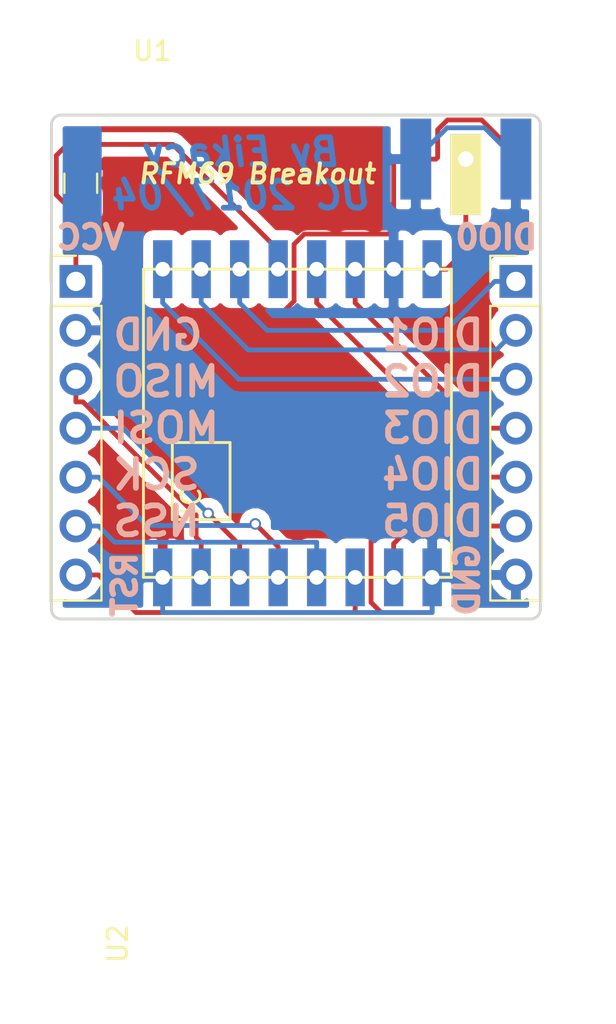
<source format=kicad_pcb>
(kicad_pcb (version 4) (host pcbnew 4.0.6)

  (general
    (links 23)
    (no_connects 0)
    (area 145.842667 79.24328 178.007334 132.609599)
    (thickness 1.6)
    (drawings 16)
    (tracks 99)
    (zones 0)
    (modules 5)
    (nets 15)
  )

  (page A4)
  (layers
    (0 F.Cu signal)
    (31 B.Cu signal)
    (32 B.Adhes user)
    (33 F.Adhes user)
    (34 B.Paste user)
    (35 F.Paste user)
    (36 B.SilkS user)
    (37 F.SilkS user)
    (38 B.Mask user)
    (39 F.Mask user)
    (40 Dwgs.User user)
    (41 Cmts.User user)
    (42 Eco1.User user)
    (43 Eco2.User user)
    (44 Edge.Cuts user)
    (45 Margin user)
    (46 B.CrtYd user)
    (47 F.CrtYd user)
    (48 B.Fab user)
    (49 F.Fab user)
  )

  (setup
    (last_trace_width 0.25)
    (trace_clearance 0.2)
    (zone_clearance 0.508)
    (zone_45_only no)
    (trace_min 0.2)
    (segment_width 0.2)
    (edge_width 0.15)
    (via_size 0.6)
    (via_drill 0.4)
    (via_min_size 0.4)
    (via_min_drill 0.3)
    (uvia_size 0.3)
    (uvia_drill 0.1)
    (uvias_allowed no)
    (uvia_min_size 0.2)
    (uvia_min_drill 0.1)
    (pcb_text_width 0.3)
    (pcb_text_size 1.5 1.5)
    (mod_edge_width 0.15)
    (mod_text_size 1 1)
    (mod_text_width 0.15)
    (pad_size 1.6 4.2)
    (pad_drill 0)
    (pad_to_mask_clearance 0.2)
    (aux_axis_origin 0 0)
    (visible_elements 7FFFFFFF)
    (pcbplotparams
      (layerselection 0x00030_80000001)
      (usegerberextensions false)
      (excludeedgelayer true)
      (linewidth 0.100000)
      (plotframeref false)
      (viasonmask false)
      (mode 1)
      (useauxorigin false)
      (hpglpennumber 1)
      (hpglpenspeed 20)
      (hpglpendiameter 15)
      (hpglpenoverlay 2)
      (psnegative false)
      (psa4output false)
      (plotreference true)
      (plotvalue true)
      (plotinvisibletext false)
      (padsonsilk false)
      (subtractmaskfromsilk false)
      (outputformat 1)
      (mirror false)
      (drillshape 1)
      (scaleselection 1)
      (outputdirectory ""))
  )

  (net 0 "")
  (net 1 VCC)
  (net 2 GND)
  (net 3 MISO)
  (net 4 MOSI)
  (net 5 SCK)
  (net 6 NSS)
  (net 7 RESET)
  (net 8 DIO0)
  (net 9 DIO1)
  (net 10 DIO2)
  (net 11 DIO3)
  (net 12 DIO4)
  (net 13 DIO5)
  (net 14 ANT)

  (net_class Default "Ceci est la Netclass par défaut"
    (clearance 0.2)
    (trace_width 0.25)
    (via_dia 0.6)
    (via_drill 0.4)
    (uvia_dia 0.3)
    (uvia_drill 0.1)
    (add_net ANT)
    (add_net DIO0)
    (add_net DIO1)
    (add_net DIO2)
    (add_net DIO3)
    (add_net DIO4)
    (add_net DIO5)
    (add_net GND)
    (add_net MISO)
    (add_net MOSI)
    (add_net NSS)
    (add_net RESET)
    (add_net SCK)
    (add_net VCC)
  )

  (module Capacitors_SMD:C_0805 (layer F.Cu) (tedit 58F85E5C) (tstamp 58F85170)
    (at 150.114 88.884 90)
    (descr "Capacitor SMD 0805, reflow soldering, AVX (see smccp.pdf)")
    (tags "capacitor 0805")
    (path /58F72219)
    (attr smd)
    (fp_text reference C3 (at 0 -1.5 90) (layer F.SilkS) hide
      (effects (font (size 1 1) (thickness 0.15)))
    )
    (fp_text value 100nF (at 0 1.75 90) (layer F.Fab)
      (effects (font (size 1 1) (thickness 0.15)))
    )
    (fp_text user %R (at 0 -1.5 90) (layer F.Fab)
      (effects (font (size 1 1) (thickness 0.15)))
    )
    (fp_line (start -1 0.62) (end -1 -0.62) (layer F.Fab) (width 0.1))
    (fp_line (start 1 0.62) (end -1 0.62) (layer F.Fab) (width 0.1))
    (fp_line (start 1 -0.62) (end 1 0.62) (layer F.Fab) (width 0.1))
    (fp_line (start -1 -0.62) (end 1 -0.62) (layer F.Fab) (width 0.1))
    (fp_line (start 0.5 -0.85) (end -0.5 -0.85) (layer F.SilkS) (width 0.12))
    (fp_line (start -0.5 0.85) (end 0.5 0.85) (layer F.SilkS) (width 0.12))
    (fp_line (start -1.75 -0.88) (end 1.75 -0.88) (layer F.CrtYd) (width 0.05))
    (fp_line (start -1.75 -0.88) (end -1.75 0.87) (layer F.CrtYd) (width 0.05))
    (fp_line (start 1.75 0.87) (end 1.75 -0.88) (layer F.CrtYd) (width 0.05))
    (fp_line (start 1.75 0.87) (end -1.75 0.87) (layer F.CrtYd) (width 0.05))
    (pad 1 smd rect (at -1 0 90) (size 1 1.25) (layers F.Cu F.Paste F.Mask)
      (net 1 VCC))
    (pad 2 smd rect (at 1 0 90) (size 1 1.25) (layers F.Cu F.Paste F.Mask)
      (net 2 GND))
    (model Capacitors_SMD.3dshapes/C_0805.wrl
      (at (xyz 0 0 0))
      (scale (xyz 1 1 1))
      (rotate (xyz 0 0 0))
    )
  )

  (module Pin_Headers:Pin_Header_Straight_1x07_Pitch2.54mm (layer F.Cu) (tedit 58F85E7A) (tstamp 58F8517B)
    (at 149.86 93.98)
    (descr "Through hole straight pin header, 1x07, 2.54mm pitch, single row")
    (tags "Through hole pin header THT 1x07 2.54mm single row")
    (path /58F7367F)
    (fp_text reference P1 (at 0 -2.33) (layer F.SilkS) hide
      (effects (font (size 1 1) (thickness 0.15)))
    )
    (fp_text value CONN_01X07 (at 1.016 22.098) (layer F.Fab)
      (effects (font (size 1 1) (thickness 0.15)))
    )
    (fp_line (start -1.27 -1.27) (end -1.27 16.51) (layer F.Fab) (width 0.1))
    (fp_line (start -1.27 16.51) (end 1.27 16.51) (layer F.Fab) (width 0.1))
    (fp_line (start 1.27 16.51) (end 1.27 -1.27) (layer F.Fab) (width 0.1))
    (fp_line (start 1.27 -1.27) (end -1.27 -1.27) (layer F.Fab) (width 0.1))
    (fp_line (start -1.33 1.27) (end -1.33 16.57) (layer F.SilkS) (width 0.12))
    (fp_line (start -1.33 16.57) (end 1.33 16.57) (layer F.SilkS) (width 0.12))
    (fp_line (start 1.33 16.57) (end 1.33 1.27) (layer F.SilkS) (width 0.12))
    (fp_line (start 1.33 1.27) (end -1.33 1.27) (layer F.SilkS) (width 0.12))
    (fp_line (start -1.33 0) (end -1.33 -1.33) (layer F.SilkS) (width 0.12))
    (fp_line (start -1.33 -1.33) (end 0 -1.33) (layer F.SilkS) (width 0.12))
    (fp_line (start -1.8 -1.8) (end -1.8 17.05) (layer F.CrtYd) (width 0.05))
    (fp_line (start -1.8 17.05) (end 1.8 17.05) (layer F.CrtYd) (width 0.05))
    (fp_line (start 1.8 17.05) (end 1.8 -1.8) (layer F.CrtYd) (width 0.05))
    (fp_line (start 1.8 -1.8) (end -1.8 -1.8) (layer F.CrtYd) (width 0.05))
    (fp_text user %R (at 0 -2.33) (layer F.Fab) hide
      (effects (font (size 1 1) (thickness 0.15)))
    )
    (pad 1 thru_hole rect (at 0 0) (size 1.7 1.7) (drill 1) (layers *.Cu *.Mask)
      (net 1 VCC))
    (pad 2 thru_hole oval (at 0 2.54) (size 1.7 1.7) (drill 1) (layers *.Cu *.Mask)
      (net 2 GND))
    (pad 3 thru_hole oval (at 0 5.08) (size 1.7 1.7) (drill 1) (layers *.Cu *.Mask)
      (net 3 MISO))
    (pad 4 thru_hole oval (at 0 7.62) (size 1.7 1.7) (drill 1) (layers *.Cu *.Mask)
      (net 4 MOSI))
    (pad 5 thru_hole oval (at 0 10.16) (size 1.7 1.7) (drill 1) (layers *.Cu *.Mask)
      (net 5 SCK))
    (pad 6 thru_hole oval (at 0 12.7) (size 1.7 1.7) (drill 1) (layers *.Cu *.Mask)
      (net 6 NSS))
    (pad 7 thru_hole oval (at 0 15.24) (size 1.7 1.7) (drill 1) (layers *.Cu *.Mask)
      (net 7 RESET))
    (model ${KISYS3DMOD}/Pin_Headers.3dshapes/Pin_Header_Straight_1x07_Pitch2.54mm.wrl
      (at (xyz 0 -0.3 0))
      (scale (xyz 1 1 1))
      (rotate (xyz 0 0 90))
    )
  )

  (module Pin_Headers:Pin_Header_Straight_1x07_Pitch2.54mm (layer F.Cu) (tedit 58F85E77) (tstamp 58F85186)
    (at 172.72 93.98)
    (descr "Through hole straight pin header, 1x07, 2.54mm pitch, single row")
    (tags "Through hole pin header THT 1x07 2.54mm single row")
    (path /58F7362C)
    (fp_text reference P2 (at 0 -2.33) (layer F.SilkS) hide
      (effects (font (size 1 1) (thickness 0.15)))
    )
    (fp_text value CONN_01X07 (at 0.254 20.574) (layer F.Fab)
      (effects (font (size 1 1) (thickness 0.15)))
    )
    (fp_line (start -1.27 -1.27) (end -1.27 16.51) (layer F.Fab) (width 0.1))
    (fp_line (start -1.27 16.51) (end 1.27 16.51) (layer F.Fab) (width 0.1))
    (fp_line (start 1.27 16.51) (end 1.27 -1.27) (layer F.Fab) (width 0.1))
    (fp_line (start 1.27 -1.27) (end -1.27 -1.27) (layer F.Fab) (width 0.1))
    (fp_line (start -1.33 1.27) (end -1.33 16.57) (layer F.SilkS) (width 0.12))
    (fp_line (start -1.33 16.57) (end 1.33 16.57) (layer F.SilkS) (width 0.12))
    (fp_line (start 1.33 16.57) (end 1.33 1.27) (layer F.SilkS) (width 0.12))
    (fp_line (start 1.33 1.27) (end -1.33 1.27) (layer F.SilkS) (width 0.12))
    (fp_line (start -1.33 0) (end -1.33 -1.33) (layer F.SilkS) (width 0.12))
    (fp_line (start -1.33 -1.33) (end 0 -1.33) (layer F.SilkS) (width 0.12))
    (fp_line (start -1.8 -1.8) (end -1.8 17.05) (layer F.CrtYd) (width 0.05))
    (fp_line (start -1.8 17.05) (end 1.8 17.05) (layer F.CrtYd) (width 0.05))
    (fp_line (start 1.8 17.05) (end 1.8 -1.8) (layer F.CrtYd) (width 0.05))
    (fp_line (start 1.8 -1.8) (end -1.8 -1.8) (layer F.CrtYd) (width 0.05))
    (fp_text user %R (at 0 -2.33) (layer F.Fab) hide
      (effects (font (size 1 1) (thickness 0.15)))
    )
    (pad 1 thru_hole rect (at 0 0) (size 1.7 1.7) (drill 1) (layers *.Cu *.Mask)
      (net 8 DIO0))
    (pad 2 thru_hole oval (at 0 2.54) (size 1.7 1.7) (drill 1) (layers *.Cu *.Mask)
      (net 9 DIO1))
    (pad 3 thru_hole oval (at 0 5.08) (size 1.7 1.7) (drill 1) (layers *.Cu *.Mask)
      (net 10 DIO2))
    (pad 4 thru_hole oval (at 0 7.62) (size 1.7 1.7) (drill 1) (layers *.Cu *.Mask)
      (net 11 DIO3))
    (pad 5 thru_hole oval (at 0 10.16) (size 1.7 1.7) (drill 1) (layers *.Cu *.Mask)
      (net 12 DIO4))
    (pad 6 thru_hole oval (at 0 12.7) (size 1.7 1.7) (drill 1) (layers *.Cu *.Mask)
      (net 13 DIO5))
    (pad 7 thru_hole oval (at 0 15.24) (size 1.7 1.7) (drill 1) (layers *.Cu *.Mask)
      (net 2 GND))
    (model ${KISYS3DMOD}/Pin_Headers.3dshapes/Pin_Header_Straight_1x07_Pitch2.54mm.wrl
      (at (xyz 0 -0.3 0))
      (scale (xyz 1 1 1))
      (rotate (xyz 0 0 90))
    )
  )

  (module Antenna:SMA-RF+HOLE (layer F.Cu) (tedit 58F85FCD) (tstamp 58F8518F)
    (at 170.12 87.63)
    (path /58F7210C)
    (fp_text reference U1 (at -16.2814 -5.6134) (layer F.SilkS)
      (effects (font (size 1 1) (thickness 0.15)))
    )
    (fp_text value SMA-RF+HOLE (at -12.07008 -7.41172) (layer F.Fab)
      (effects (font (size 1 1) (thickness 0.15)))
    )
    (pad 2 thru_hole trapezoid (at 0 0) (size 1.6 4.2) (drill 0.8 (offset 0 0.8)) (layers *.Cu *.Mask F.SilkS)
      (net 14 ANT))
    (pad 1 smd rect (at -2.6 0) (size 1.6 4.2) (layers F.Cu F.Paste F.Mask)
      (net 2 GND))
    (pad 3 smd rect (at 2.6 0) (size 1.6 4.2) (layers F.Cu F.Paste F.Mask)
      (net 2 GND))
    (pad 4 smd rect (at -2.6 0) (size 1.6 4.2) (layers B.Cu F.Paste F.Mask)
      (net 2 GND))
    (pad 5 smd rect (at 2.6 0) (size 1.6 4.2) (layers B.Cu F.Paste F.Mask)
      (net 2 GND))
  )

  (module RFM69:RFM69HCW (layer F.Cu) (tedit 58F77996) (tstamp 58F851A3)
    (at 154.37 109.345 90)
    (path /58F71511)
    (fp_text reference U2 (at -19.01698 -2.33972 90) (layer F.SilkS)
      (effects (font (size 1 1) (thickness 0.15)))
    )
    (fp_text value RFM69HCW (at -19.01698 -3.33972 90) (layer F.Fab)
      (effects (font (size 1 1) (thickness 0.15)))
    )
    (fp_text user IC (at 3.937 1.48844 90) (layer F.SilkS)
      (effects (font (size 1 1) (thickness 0.15)))
    )
    (fp_line (start 3 0.5) (end 3 3.5) (layer F.SilkS) (width 0.15))
    (fp_line (start 3 3.5) (end 7 3.5) (layer F.SilkS) (width 0.15))
    (fp_line (start 7 0.5) (end 7 3.5) (layer F.SilkS) (width 0.15))
    (fp_line (start 3 0.5) (end 7 0.5) (layer F.SilkS) (width 0.15))
    (fp_line (start 0 -1) (end 0 15) (layer F.SilkS) (width 0.15))
    (fp_line (start 16 -1) (end 16 15) (layer F.SilkS) (width 0.15))
    (fp_line (start 0 15) (end 16 15) (layer F.SilkS) (width 0.15))
    (fp_line (start 0 -1) (end 16 -1) (layer F.SilkS) (width 0.15))
    (pad 1 thru_hole rect (at 0 0 90) (size 3 1) (drill 0.762) (layers *.Cu *.Mask)
      (net 2 GND))
    (pad 2 thru_hole rect (at 0 2 90) (size 3 1) (drill 0.762) (layers *.Cu *.Mask)
      (net 3 MISO))
    (pad 3 thru_hole rect (at 0 4 90) (size 3 1) (drill 0.762) (layers *.Cu *.Mask)
      (net 4 MOSI))
    (pad 4 thru_hole rect (at 0 6 90) (size 3 1) (drill 0.762) (layers *.Cu *.Mask)
      (net 5 SCK))
    (pad 5 thru_hole rect (at 0 8 90) (size 3 1) (drill 0.762) (layers *.Cu *.Mask)
      (net 6 NSS))
    (pad 6 thru_hole rect (at 0 10 90) (size 3 1) (drill 0.762) (layers *.Cu *.Mask)
      (net 7 RESET))
    (pad 7 thru_hole rect (at 0 12 90) (size 3 1) (drill 0.762) (layers *.Cu *.Mask)
      (net 13 DIO5))
    (pad 8 thru_hole rect (at 0 14 90) (size 3 1) (drill 0.762) (layers *.Cu *.Mask)
      (net 2 GND))
    (pad 16 thru_hole rect (at 16 0 90) (size 3 1) (drill 0.762) (layers *.Cu *.Mask)
      (net 10 DIO2))
    (pad 15 thru_hole rect (at 16 2 90) (size 3 1) (drill 0.762) (layers *.Cu *.Mask)
      (net 9 DIO1))
    (pad 14 thru_hole rect (at 16 4 90) (size 3 1) (drill 0.762) (layers *.Cu *.Mask)
      (net 8 DIO0))
    (pad 13 thru_hole rect (at 16 6 90) (size 3 1) (drill 0.762) (layers *.Cu *.Mask)
      (net 1 VCC))
    (pad 12 thru_hole rect (at 16 8 90) (size 3 1) (drill 0.762) (layers *.Cu *.Mask)
      (net 12 DIO4))
    (pad 11 thru_hole rect (at 16 10 90) (size 3 1) (drill 0.762) (layers *.Cu *.Mask)
      (net 11 DIO3))
    (pad 10 thru_hole rect (at 16 12 90) (size 3 1) (drill 0.762) (layers *.Cu *.Mask)
      (net 2 GND))
    (pad 9 thru_hole rect (at 16 14 90) (size 3 1) (drill 0.762) (layers *.Cu *.Mask)
      (net 14 ANT))
  )

  (gr_text "By Eikacy\nUC 2017/04\n" (at 158.496 88.392) (layer B.Cu)
    (effects (font (size 1.4 1.4) (thickness 0.3) italic) (justify mirror))
  )
  (gr_text DIO0 (at 171.704 91.694) (layer B.SilkS)
    (effects (font (size 1.2 1.2) (thickness 0.3)) (justify mirror))
  )
  (gr_text GND (at 170.18 109.474 90) (layer B.SilkS)
    (effects (font (size 1.2 1.2) (thickness 0.3)) (justify mirror))
  )
  (gr_text RST (at 152.4 109.728 90) (layer B.SilkS)
    (effects (font (size 1.2 1.2) (thickness 0.3)) (justify mirror))
  )
  (gr_text VCC (at 150.622 91.694) (layer B.SilkS)
    (effects (font (size 1.2 1.2) (thickness 0.3)) (justify mirror))
  )
  (gr_text "GND\nMISO\nMOSI\nSCK\nNSS" (at 151.638 101.6) (layer B.SilkS)
    (effects (font (size 1.5 1.5) (thickness 0.3)) (justify right mirror))
  )
  (gr_text "DIO1\nDIO2\nDIO3\nDIO4\nDIO5" (at 168.402 101.6) (layer B.SilkS)
    (effects (font (size 1.5 1.5) (thickness 0.3)) (justify mirror))
  )
  (gr_arc (start 173.482 110.998) (end 173.99 110.998) (angle 90) (layer Edge.Cuts) (width 0.15))
  (gr_arc (start 149.098 110.998) (end 149.098 111.506) (angle 90) (layer Edge.Cuts) (width 0.15))
  (gr_arc (start 149.098 85.852) (end 148.59 85.852) (angle 90) (layer Edge.Cuts) (width 0.15))
  (gr_arc (start 173.482 85.852) (end 173.482 85.344) (angle 90) (layer Edge.Cuts) (width 0.15))
  (gr_text "RFM69 Breakout" (at 159.258 88.392) (layer F.SilkS)
    (effects (font (size 1 1) (thickness 0.2) italic))
  )
  (gr_line (start 173.482 85.344) (end 149.098 85.344) (layer Edge.Cuts) (width 0.15))
  (gr_line (start 173.99 110.998) (end 173.99 85.852) (layer Edge.Cuts) (width 0.15))
  (gr_line (start 148.59 110.998) (end 148.59 85.852) (layer Edge.Cuts) (width 0.15))
  (gr_line (start 173.482 111.506) (end 149.098 111.506) (layer Edge.Cuts) (width 0.15))

  (segment (start 160.37 92.345) (end 160.37 93.345) (width 0.25) (layer F.Cu) (net 1))
  (segment (start 154.893 86.868) (end 160.37 92.345) (width 0.25) (layer F.Cu) (net 1))
  (segment (start 149.42 86.868) (end 154.893 86.868) (width 0.25) (layer F.Cu) (net 1))
  (segment (start 148.844 87.444) (end 149.42 86.868) (width 0.25) (layer F.Cu) (net 1))
  (segment (start 148.844 89.489) (end 148.844 87.444) (width 0.25) (layer F.Cu) (net 1))
  (segment (start 149.239 89.884) (end 148.844 89.489) (width 0.25) (layer F.Cu) (net 1))
  (segment (start 150.114 89.884) (end 149.239 89.884) (width 0.25) (layer F.Cu) (net 1))
  (segment (start 149.86 90.138) (end 150.114 89.884) (width 0.25) (layer F.Cu) (net 1))
  (segment (start 149.86 93.98) (end 149.86 90.138) (width 0.25) (layer F.Cu) (net 1))
  (segment (start 172.595 109.345) (end 172.72 109.22) (width 0.25) (layer F.Cu) (net 2))
  (segment (start 168.37 109.345) (end 172.595 109.345) (width 0.25) (layer F.Cu) (net 2))
  (segment (start 172.72 87.376) (end 172.72 87.63) (width 0.25) (layer F.Cu) (net 2))
  (segment (start 170.942 85.598) (end 172.72 87.376) (width 0.25) (layer F.Cu) (net 2))
  (segment (start 169.164 85.598) (end 170.942 85.598) (width 0.25) (layer F.Cu) (net 2))
  (segment (start 168.656 86.106) (end 169.164 85.598) (width 0.25) (layer F.Cu) (net 2))
  (segment (start 168.656 87.544) (end 168.656 86.106) (width 0.25) (layer F.Cu) (net 2))
  (segment (start 168.57 87.63) (end 168.656 87.544) (width 0.25) (layer F.Cu) (net 2))
  (segment (start 167.52 87.63) (end 168.57 87.63) (width 0.25) (layer F.Cu) (net 2))
  (segment (start 168.37 111.1703) (end 154.37 111.1703) (width 0.25) (layer B.Cu) (net 2))
  (segment (start 168.37 109.345) (end 168.37 111.1703) (width 0.25) (layer B.Cu) (net 2))
  (segment (start 154.37 109.345) (end 154.37 111.1703) (width 0.25) (layer B.Cu) (net 2))
  (segment (start 169.1454 86.0046) (end 167.52 87.63) (width 0.25) (layer B.Cu) (net 2))
  (segment (start 171.0946 86.0046) (end 169.1454 86.0046) (width 0.25) (layer B.Cu) (net 2))
  (segment (start 172.72 87.63) (end 171.0946 86.0046) (width 0.25) (layer B.Cu) (net 2))
  (segment (start 149.86 96.52) (end 151.062 96.52) (width 0.25) (layer F.Cu) (net 2))
  (segment (start 150.239 87.884) (end 150.114 87.884) (width 0.25) (layer F.Cu) (net 2))
  (segment (start 151.638 89.283) (end 150.239 87.884) (width 0.25) (layer F.Cu) (net 2))
  (segment (start 151.638 95.9441) (end 151.638 89.283) (width 0.25) (layer F.Cu) (net 2))
  (segment (start 151.062 96.52) (end 151.638 95.9441) (width 0.25) (layer F.Cu) (net 2))
  (segment (start 166.37 93.345) (end 166.37 91.5196) (width 0.25) (layer F.Cu) (net 2))
  (segment (start 166.47 87.63) (end 167.52 87.63) (width 0.25) (layer F.Cu) (net 2))
  (segment (start 166.37 87.73) (end 166.47 87.63) (width 0.25) (layer F.Cu) (net 2))
  (segment (start 166.37 91.5196) (end 166.37 87.73) (width 0.25) (layer F.Cu) (net 2))
  (segment (start 166.37 91.2053) (end 167.52 90.0553) (width 0.25) (layer B.Cu) (net 2))
  (segment (start 166.37 93.345) (end 166.37 91.2053) (width 0.25) (layer B.Cu) (net 2))
  (segment (start 167.52 87.63) (end 167.52 90.0553) (width 0.25) (layer B.Cu) (net 2))
  (segment (start 151.3492 96.8072) (end 159.389 96.8072) (width 0.25) (layer F.Cu) (net 2))
  (segment (start 151.062 96.52) (end 151.3492 96.8072) (width 0.25) (layer F.Cu) (net 2))
  (segment (start 161.7257 91.5196) (end 166.37 91.5196) (width 0.25) (layer F.Cu) (net 2))
  (segment (start 161.1954 92.0499) (end 161.7257 91.5196) (width 0.25) (layer F.Cu) (net 2))
  (segment (start 161.1954 95.0008) (end 161.1954 92.0499) (width 0.25) (layer F.Cu) (net 2))
  (segment (start 159.389 96.8072) (end 161.1954 95.0008) (width 0.25) (layer F.Cu) (net 2))
  (segment (start 165.7221 111.1703) (end 168.37 111.1703) (width 0.25) (layer F.Cu) (net 2))
  (segment (start 165.1954 110.6436) (end 165.7221 111.1703) (width 0.25) (layer F.Cu) (net 2))
  (segment (start 165.1954 102.6136) (end 165.1954 110.6436) (width 0.25) (layer F.Cu) (net 2))
  (segment (start 159.389 96.8072) (end 165.1954 102.6136) (width 0.25) (layer F.Cu) (net 2))
  (segment (start 168.37 109.345) (end 168.37 111.1703) (width 0.25) (layer F.Cu) (net 2))
  (segment (start 149.86 99.06) (end 149.86 100.2353) (width 0.25) (layer F.Cu) (net 3))
  (segment (start 156.1065 107.2562) (end 156.37 107.5197) (width 0.25) (layer F.Cu) (net 3))
  (segment (start 156.1065 106.1145) (end 156.1065 107.2562) (width 0.25) (layer F.Cu) (net 3))
  (segment (start 150.2273 100.2353) (end 156.1065 106.1145) (width 0.25) (layer F.Cu) (net 3))
  (segment (start 149.86 100.2353) (end 150.2273 100.2353) (width 0.25) (layer F.Cu) (net 3))
  (segment (start 156.37 109.345) (end 156.37 107.5197) (width 0.25) (layer F.Cu) (net 3))
  (via (at 156.7318 106.0277) (size 0.6) (layers F.Cu B.Cu) (net 4))
  (segment (start 158.2238 107.5197) (end 156.7318 106.0277) (width 0.25) (layer F.Cu) (net 4))
  (segment (start 158.37 107.5197) (end 158.2238 107.5197) (width 0.25) (layer F.Cu) (net 4))
  (segment (start 152.3041 101.6) (end 149.86 101.6) (width 0.25) (layer B.Cu) (net 4))
  (segment (start 156.7318 106.0277) (end 152.3041 101.6) (width 0.25) (layer B.Cu) (net 4))
  (segment (start 158.37 109.345) (end 158.37 107.5197) (width 0.25) (layer F.Cu) (net 4))
  (via (at 159.1815 106.5711) (size 0.6) (layers F.Cu B.Cu) (net 5))
  (segment (start 160.37 109.345) (end 160.37 108.345) (width 0.25) (layer F.Cu) (net 5))
  (segment (start 160.37 107.7596) (end 159.1815 106.5711) (width 0.25) (layer F.Cu) (net 5))
  (segment (start 160.37 108.345) (end 160.37 107.7596) (width 0.25) (layer F.Cu) (net 5))
  (segment (start 149.86 104.14) (end 151.0353 104.14) (width 0.25) (layer B.Cu) (net 5))
  (segment (start 159.0996 106.653) (end 159.1815 106.5711) (width 0.25) (layer B.Cu) (net 5))
  (segment (start 153.5483 106.653) (end 159.0996 106.653) (width 0.25) (layer B.Cu) (net 5))
  (segment (start 151.0353 104.14) (end 153.5483 106.653) (width 0.25) (layer B.Cu) (net 5))
  (segment (start 151.875 107.5197) (end 151.0353 106.68) (width 0.25) (layer B.Cu) (net 6))
  (segment (start 162.37 107.5197) (end 151.875 107.5197) (width 0.25) (layer B.Cu) (net 6))
  (segment (start 162.37 109.345) (end 162.37 107.5197) (width 0.25) (layer B.Cu) (net 6))
  (segment (start 149.86 106.68) (end 151.0353 106.68) (width 0.25) (layer B.Cu) (net 6))
  (segment (start 152.9856 111.1703) (end 151.0353 109.22) (width 0.25) (layer F.Cu) (net 7))
  (segment (start 164.37 111.1703) (end 152.9856 111.1703) (width 0.25) (layer F.Cu) (net 7))
  (segment (start 164.37 109.345) (end 164.37 111.1703) (width 0.25) (layer F.Cu) (net 7))
  (segment (start 149.86 109.22) (end 151.0353 109.22) (width 0.25) (layer F.Cu) (net 7))
  (segment (start 171.62 93.98) (end 172.72 93.98) (width 0.25) (layer B.Cu) (net 8))
  (segment (start 169.08 96.52) (end 171.62 93.98) (width 0.25) (layer B.Cu) (net 8))
  (segment (start 159.795 96.52) (end 169.08 96.52) (width 0.25) (layer B.Cu) (net 8))
  (segment (start 158.37 95.095) (end 159.795 96.52) (width 0.25) (layer B.Cu) (net 8))
  (segment (start 158.37 93.345) (end 158.37 95.095) (width 0.25) (layer B.Cu) (net 8))
  (segment (start 171.704 97.536) (end 172.72 96.52) (width 0.25) (layer B.Cu) (net 9))
  (segment (start 158.811 97.536) (end 171.704 97.536) (width 0.25) (layer B.Cu) (net 9))
  (segment (start 156.37 95.095) (end 158.811 97.536) (width 0.25) (layer B.Cu) (net 9))
  (segment (start 156.37 93.345) (end 156.37 95.095) (width 0.25) (layer B.Cu) (net 9))
  (segment (start 158.335 99.06) (end 172.72 99.06) (width 0.25) (layer B.Cu) (net 10))
  (segment (start 154.37 95.095) (end 158.335 99.06) (width 0.25) (layer B.Cu) (net 10))
  (segment (start 154.37 93.345) (end 154.37 95.095) (width 0.25) (layer B.Cu) (net 10))
  (segment (start 170.875 101.6) (end 172.72 101.6) (width 0.25) (layer F.Cu) (net 11))
  (segment (start 164.37 95.095) (end 170.875 101.6) (width 0.25) (layer F.Cu) (net 11))
  (segment (start 164.37 93.345) (end 164.37 95.095) (width 0.25) (layer F.Cu) (net 11))
  (segment (start 171.415 104.14) (end 172.72 104.14) (width 0.25) (layer F.Cu) (net 12))
  (segment (start 162.37 95.095) (end 171.415 104.14) (width 0.25) (layer F.Cu) (net 12))
  (segment (start 162.37 93.345) (end 162.37 95.095) (width 0.25) (layer F.Cu) (net 12))
  (segment (start 167.285 106.68) (end 172.72 106.68) (width 0.25) (layer F.Cu) (net 13))
  (segment (start 166.37 107.595) (end 167.285 106.68) (width 0.25) (layer F.Cu) (net 13))
  (segment (start 166.37 109.345) (end 166.37 107.595) (width 0.25) (layer F.Cu) (net 13))
  (segment (start 170.12 92.345) (end 170.12 87.63) (width 0.25) (layer F.Cu) (net 14))
  (segment (start 169.12 93.345) (end 170.12 92.345) (width 0.25) (layer F.Cu) (net 14))
  (segment (start 168.37 93.345) (end 169.12 93.345) (width 0.25) (layer F.Cu) (net 14))

  (zone (net 2) (net_name GND) (layer F.Cu) (tstamp 0) (hatch edge 0.508)
    (connect_pads (clearance 0.508))
    (min_thickness 0.254)
    (fill yes (arc_segments 16) (thermal_gap 0.508) (thermal_bridge_width 0.508))
    (polygon
      (pts
        (xy 173.736 111.252) (xy 148.844 111.252) (xy 148.844 85.598) (xy 173.736 85.598)
      )
    )
    (filled_polygon
      (pts
        (xy 171.640853 107.730054) (xy 171.981553 107.957702) (xy 171.838642 108.024817) (xy 171.448355 108.453076) (xy 171.278524 108.86311)
        (xy 171.399845 109.093) (xy 172.593 109.093) (xy 172.593 109.073) (xy 172.847 109.073) (xy 172.847 109.093)
        (xy 172.867 109.093) (xy 172.867 109.347) (xy 172.847 109.347) (xy 172.847 110.540819) (xy 173.076892 110.661486)
        (xy 173.28 110.566101) (xy 173.28 110.796) (xy 169.505 110.796) (xy 169.505 109.63075) (xy 169.45114 109.57689)
        (xy 171.278524 109.57689) (xy 171.448355 109.986924) (xy 171.838642 110.415183) (xy 172.363108 110.661486) (xy 172.593 110.540819)
        (xy 172.593 109.347) (xy 171.399845 109.347) (xy 171.278524 109.57689) (xy 169.45114 109.57689) (xy 169.34625 109.472)
        (xy 168.497 109.472) (xy 168.497 109.492) (xy 168.243 109.492) (xy 168.243 109.472) (xy 168.223 109.472)
        (xy 168.223 109.218) (xy 168.243 109.218) (xy 168.243 109.198) (xy 168.497 109.198) (xy 168.497 109.218)
        (xy 169.34625 109.218) (xy 169.505 109.05925) (xy 169.505 107.718691) (xy 169.408327 107.485302) (xy 169.363025 107.44)
        (xy 171.447046 107.44)
      )
    )
    (filled_polygon
      (pts
        (xy 155.3465 106.429302) (xy 155.3465 107.2562) (xy 155.381961 107.434473) (xy 155.372031 107.449006) (xy 155.229699 107.306673)
        (xy 154.99631 107.21) (xy 154.65575 107.21) (xy 154.497 107.36875) (xy 154.497 109.218) (xy 154.517 109.218)
        (xy 154.517 109.472) (xy 154.497 109.472) (xy 154.497 109.492) (xy 154.243 109.492) (xy 154.243 109.472)
        (xy 153.39375 109.472) (xy 153.235 109.63075) (xy 153.235 110.344898) (xy 151.572701 108.682599) (xy 151.326139 108.517852)
        (xy 151.147923 108.482402) (xy 150.939147 108.169946) (xy 150.609974 107.95) (xy 150.939147 107.730054) (xy 150.946739 107.718691)
        (xy 153.235 107.718691) (xy 153.235 109.05925) (xy 153.39375 109.218) (xy 154.243 109.218) (xy 154.243 107.36875)
        (xy 154.08425 107.21) (xy 153.74369 107.21) (xy 153.510301 107.306673) (xy 153.331673 107.485302) (xy 153.235 107.718691)
        (xy 150.946739 107.718691) (xy 151.261054 107.248285) (xy 151.374093 106.68) (xy 151.261054 106.111715) (xy 150.939147 105.629946)
        (xy 150.609974 105.41) (xy 150.939147 105.190054) (xy 151.261054 104.708285) (xy 151.374093 104.14) (xy 151.261054 103.571715)
        (xy 150.939147 103.089946) (xy 150.609974 102.87) (xy 150.939147 102.650054) (xy 151.19073 102.273532)
      )
    )
    (filled_polygon
      (pts
        (xy 158.147758 91.19756) (xy 157.87 91.19756) (xy 157.634683 91.241838) (xy 157.418559 91.38091) (xy 157.370866 91.450711)
        (xy 157.33409 91.393559) (xy 157.12189 91.248569) (xy 156.87 91.19756) (xy 155.87 91.19756) (xy 155.634683 91.241838)
        (xy 155.418559 91.38091) (xy 155.370866 91.450711) (xy 155.33409 91.393559) (xy 155.12189 91.248569) (xy 154.87 91.19756)
        (xy 153.87 91.19756) (xy 153.634683 91.241838) (xy 153.418559 91.38091) (xy 153.273569 91.59311) (xy 153.22256 91.845)
        (xy 153.22256 94.845) (xy 153.266838 95.080317) (xy 153.40591 95.296441) (xy 153.61811 95.441431) (xy 153.87 95.49244)
        (xy 154.87 95.49244) (xy 155.105317 95.448162) (xy 155.321441 95.30909) (xy 155.369134 95.239289) (xy 155.40591 95.296441)
        (xy 155.61811 95.441431) (xy 155.87 95.49244) (xy 156.87 95.49244) (xy 157.105317 95.448162) (xy 157.321441 95.30909)
        (xy 157.369134 95.239289) (xy 157.40591 95.296441) (xy 157.61811 95.441431) (xy 157.87 95.49244) (xy 158.87 95.49244)
        (xy 159.105317 95.448162) (xy 159.321441 95.30909) (xy 159.369134 95.239289) (xy 159.40591 95.296441) (xy 159.61811 95.441431)
        (xy 159.87 95.49244) (xy 160.87 95.49244) (xy 161.105317 95.448162) (xy 161.321441 95.30909) (xy 161.369134 95.239289)
        (xy 161.40591 95.296441) (xy 161.61811 95.441431) (xy 161.718594 95.461779) (xy 161.832599 95.632401) (xy 170.877599 104.677401)
        (xy 171.124161 104.842148) (xy 171.415 104.9) (xy 171.447046 104.9) (xy 171.640853 105.190054) (xy 171.970026 105.41)
        (xy 171.640853 105.629946) (xy 171.447046 105.92) (xy 167.285 105.92) (xy 167.042414 105.968254) (xy 166.99416 105.977852)
        (xy 166.747599 106.142599) (xy 165.832599 107.057599) (xy 165.720253 107.225737) (xy 165.634683 107.241838) (xy 165.418559 107.38091)
        (xy 165.370866 107.450711) (xy 165.33409 107.393559) (xy 165.12189 107.248569) (xy 164.87 107.19756) (xy 163.87 107.19756)
        (xy 163.634683 107.241838) (xy 163.418559 107.38091) (xy 163.370866 107.450711) (xy 163.33409 107.393559) (xy 163.12189 107.248569)
        (xy 162.87 107.19756) (xy 161.87 107.19756) (xy 161.634683 107.241838) (xy 161.418559 107.38091) (xy 161.370866 107.450711)
        (xy 161.33409 107.393559) (xy 161.12189 107.248569) (xy 160.886003 107.200801) (xy 160.116622 106.43142) (xy 160.116662 106.385933)
        (xy 159.974617 106.042157) (xy 159.711827 105.778908) (xy 159.368299 105.636262) (xy 158.996333 105.635938) (xy 158.652557 105.777983)
        (xy 158.389308 106.040773) (xy 158.246662 106.384301) (xy 158.246589 106.467687) (xy 157.666922 105.88802) (xy 157.666962 105.842533)
        (xy 157.524917 105.498757) (xy 157.262127 105.235508) (xy 156.918599 105.092862) (xy 156.546633 105.092538) (xy 156.272577 105.205775)
        (xy 151.03436 99.967558) (xy 151.261054 99.628285) (xy 151.374093 99.06) (xy 151.261054 98.491715) (xy 150.939147 98.009946)
        (xy 150.598447 97.782298) (xy 150.741358 97.715183) (xy 151.131645 97.286924) (xy 151.301476 96.87689) (xy 151.180155 96.647)
        (xy 149.987 96.647) (xy 149.987 96.667) (xy 149.733 96.667) (xy 149.733 96.647) (xy 149.713 96.647)
        (xy 149.713 96.393) (xy 149.733 96.393) (xy 149.733 96.373) (xy 149.987 96.373) (xy 149.987 96.393)
        (xy 151.180155 96.393) (xy 151.301476 96.16311) (xy 151.131645 95.753076) (xy 150.855499 95.450063) (xy 150.945317 95.433162)
        (xy 151.161441 95.29409) (xy 151.306431 95.08189) (xy 151.35744 94.83) (xy 151.35744 93.13) (xy 151.313162 92.894683)
        (xy 151.17409 92.678559) (xy 150.96189 92.533569) (xy 150.71 92.48256) (xy 150.62 92.48256) (xy 150.62 91.03144)
        (xy 150.739 91.03144) (xy 150.974317 90.987162) (xy 151.190441 90.84809) (xy 151.335431 90.63589) (xy 151.38644 90.384)
        (xy 151.38644 89.384) (xy 151.342162 89.148683) (xy 151.20309 88.932559) (xy 151.134994 88.886031) (xy 151.277327 88.743698)
        (xy 151.374 88.510309) (xy 151.374 88.16975) (xy 151.21525 88.011) (xy 150.241 88.011) (xy 150.241 88.031)
        (xy 149.987 88.031) (xy 149.987 88.011) (xy 149.967 88.011) (xy 149.967 87.757) (xy 149.987 87.757)
        (xy 149.987 87.737) (xy 150.241 87.737) (xy 150.241 87.757) (xy 151.21525 87.757) (xy 151.34425 87.628)
        (xy 154.578198 87.628)
      )
    )
    (filled_polygon
      (pts
        (xy 166.085 87.34425) (xy 166.24375 87.503) (xy 167.393 87.503) (xy 167.393 87.483) (xy 167.647 87.483)
        (xy 167.647 87.503) (xy 167.667 87.503) (xy 167.667 87.757) (xy 167.647 87.757) (xy 167.647 90.20625)
        (xy 167.80575 90.365) (xy 168.446309 90.365) (xy 168.67256 90.271284) (xy 168.67256 90.53) (xy 168.716838 90.765317)
        (xy 168.85591 90.981441) (xy 169.06811 91.126431) (xy 169.32 91.17744) (xy 169.36 91.17744) (xy 169.36 91.433824)
        (xy 169.33409 91.393559) (xy 169.12189 91.248569) (xy 168.87 91.19756) (xy 167.87 91.19756) (xy 167.634683 91.241838)
        (xy 167.418559 91.38091) (xy 167.372031 91.449006) (xy 167.229699 91.306673) (xy 166.99631 91.21) (xy 166.65575 91.21)
        (xy 166.497 91.36875) (xy 166.497 93.218) (xy 166.517 93.218) (xy 166.517 93.472) (xy 166.497 93.472)
        (xy 166.497 95.32125) (xy 166.65575 95.48) (xy 166.99631 95.48) (xy 167.229699 95.383327) (xy 167.370936 95.242089)
        (xy 167.40591 95.296441) (xy 167.61811 95.441431) (xy 167.87 95.49244) (xy 168.87 95.49244) (xy 169.105317 95.448162)
        (xy 169.321441 95.30909) (xy 169.466431 95.09689) (xy 169.51744 94.845) (xy 169.51744 93.97592) (xy 169.657401 93.882401)
        (xy 170.657401 92.882401) (xy 170.822148 92.635839) (xy 170.88 92.345) (xy 170.88 91.17744) (xy 170.92 91.17744)
        (xy 171.155317 91.133162) (xy 171.371441 90.99409) (xy 171.516431 90.78189) (xy 171.56744 90.53) (xy 171.56744 90.271284)
        (xy 171.793691 90.365) (xy 172.43425 90.365) (xy 172.593 90.20625) (xy 172.593 87.757) (xy 172.573 87.757)
        (xy 172.573 87.503) (xy 172.593 87.503) (xy 172.593 87.483) (xy 172.847 87.483) (xy 172.847 87.503)
        (xy 172.867 87.503) (xy 172.867 87.757) (xy 172.847 87.757) (xy 172.847 90.20625) (xy 173.00575 90.365)
        (xy 173.28 90.365) (xy 173.28 92.48256) (xy 171.87 92.48256) (xy 171.634683 92.526838) (xy 171.418559 92.66591)
        (xy 171.273569 92.87811) (xy 171.22256 93.13) (xy 171.22256 94.83) (xy 171.266838 95.065317) (xy 171.40591 95.281441)
        (xy 171.61811 95.426431) (xy 171.685541 95.440086) (xy 171.640853 95.469946) (xy 171.318946 95.951715) (xy 171.205907 96.52)
        (xy 171.318946 97.088285) (xy 171.640853 97.570054) (xy 171.970026 97.79) (xy 171.640853 98.009946) (xy 171.318946 98.491715)
        (xy 171.205907 99.06) (xy 171.318946 99.628285) (xy 171.640853 100.110054) (xy 171.970026 100.33) (xy 171.640853 100.549946)
        (xy 171.447046 100.84) (xy 171.189802 100.84) (xy 165.829802 95.48) (xy 166.08425 95.48) (xy 166.243 95.32125)
        (xy 166.243 93.472) (xy 166.223 93.472) (xy 166.223 93.218) (xy 166.243 93.218) (xy 166.243 91.36875)
        (xy 166.08425 91.21) (xy 165.74369 91.21) (xy 165.510301 91.306673) (xy 165.369064 91.447911) (xy 165.33409 91.393559)
        (xy 165.12189 91.248569) (xy 164.87 91.19756) (xy 163.87 91.19756) (xy 163.634683 91.241838) (xy 163.418559 91.38091)
        (xy 163.370866 91.450711) (xy 163.33409 91.393559) (xy 163.12189 91.248569) (xy 162.87 91.19756) (xy 161.87 91.19756)
        (xy 161.634683 91.241838) (xy 161.418559 91.38091) (xy 161.370866 91.450711) (xy 161.33409 91.393559) (xy 161.12189 91.248569)
        (xy 160.87 91.19756) (xy 160.297362 91.19756) (xy 157.015552 87.91575) (xy 166.085 87.91575) (xy 166.085 89.85631)
        (xy 166.181673 90.089699) (xy 166.360302 90.268327) (xy 166.593691 90.365) (xy 167.23425 90.365) (xy 167.393 90.20625)
        (xy 167.393 87.757) (xy 166.24375 87.757) (xy 166.085 87.91575) (xy 157.015552 87.91575) (xy 155.430401 86.330599)
        (xy 155.183839 86.165852) (xy 154.893 86.108) (xy 149.42 86.108) (xy 149.3 86.13187) (xy 149.3 86.054)
        (xy 166.085 86.054)
      )
    )
  )
  (zone (net 2) (net_name GND) (layer B.Cu) (tstamp 0) (hatch edge 0.508)
    (connect_pads (clearance 0.508))
    (min_thickness 0.254)
    (fill yes (arc_segments 16) (thermal_gap 0.508) (thermal_bridge_width 0.508))
    (polygon
      (pts
        (xy 148.844 111.252) (xy 173.736 111.252) (xy 173.736 85.598) (xy 148.844 85.598)
      )
    )
    (filled_polygon
      (pts
        (xy 151.337599 108.057101) (xy 151.584161 108.221848) (xy 151.875 108.2797) (xy 153.235 108.2797) (xy 153.235 109.05925)
        (xy 153.39375 109.218) (xy 154.243 109.218) (xy 154.243 109.198) (xy 154.497 109.198) (xy 154.497 109.218)
        (xy 154.517 109.218) (xy 154.517 109.472) (xy 154.497 109.472) (xy 154.497 109.492) (xy 154.243 109.492)
        (xy 154.243 109.472) (xy 153.39375 109.472) (xy 153.235 109.63075) (xy 153.235 110.796) (xy 149.3 110.796)
        (xy 149.3 110.599396) (xy 149.830907 110.705) (xy 149.889093 110.705) (xy 150.457378 110.591961) (xy 150.939147 110.270054)
        (xy 151.261054 109.788285) (xy 151.374093 109.22) (xy 151.261054 108.651715) (xy 150.939147 108.169946) (xy 150.609974 107.95)
        (xy 150.939147 107.730054) (xy 150.967748 107.68725)
      )
    )
    (filled_polygon
      (pts
        (xy 151.073501 91.497) (xy 153.339238 91.497) (xy 153.273569 91.59311) (xy 153.22256 91.845) (xy 153.22256 94.845)
        (xy 153.266838 95.080317) (xy 153.40591 95.296441) (xy 153.61811 95.441431) (xy 153.718594 95.461779) (xy 153.832599 95.632401)
        (xy 157.797599 99.597401) (xy 158.044161 99.762148) (xy 158.335 99.82) (xy 171.447046 99.82) (xy 171.640853 100.110054)
        (xy 171.970026 100.33) (xy 171.640853 100.549946) (xy 171.318946 101.031715) (xy 171.205907 101.6) (xy 171.318946 102.168285)
        (xy 171.640853 102.650054) (xy 171.970026 102.87) (xy 171.640853 103.089946) (xy 171.318946 103.571715) (xy 171.205907 104.14)
        (xy 171.318946 104.708285) (xy 171.640853 105.190054) (xy 171.970026 105.41) (xy 171.640853 105.629946) (xy 171.318946 106.111715)
        (xy 171.205907 106.68) (xy 171.318946 107.248285) (xy 171.640853 107.730054) (xy 171.981553 107.957702) (xy 171.838642 108.024817)
        (xy 171.448355 108.453076) (xy 171.278524 108.86311) (xy 171.399845 109.093) (xy 172.593 109.093) (xy 172.593 109.073)
        (xy 172.847 109.073) (xy 172.847 109.093) (xy 172.867 109.093) (xy 172.867 109.347) (xy 172.847 109.347)
        (xy 172.847 110.540819) (xy 173.076892 110.661486) (xy 173.28 110.566101) (xy 173.28 110.796) (xy 169.505 110.796)
        (xy 169.505 109.63075) (xy 169.45114 109.57689) (xy 171.278524 109.57689) (xy 171.448355 109.986924) (xy 171.838642 110.415183)
        (xy 172.363108 110.661486) (xy 172.593 110.540819) (xy 172.593 109.347) (xy 171.399845 109.347) (xy 171.278524 109.57689)
        (xy 169.45114 109.57689) (xy 169.34625 109.472) (xy 168.497 109.472) (xy 168.497 109.492) (xy 168.243 109.492)
        (xy 168.243 109.472) (xy 168.223 109.472) (xy 168.223 109.218) (xy 168.243 109.218) (xy 168.243 107.36875)
        (xy 168.497 107.36875) (xy 168.497 109.218) (xy 169.34625 109.218) (xy 169.505 109.05925) (xy 169.505 107.718691)
        (xy 169.408327 107.485302) (xy 169.229699 107.306673) (xy 168.99631 107.21) (xy 168.65575 107.21) (xy 168.497 107.36875)
        (xy 168.243 107.36875) (xy 168.08425 107.21) (xy 167.74369 107.21) (xy 167.510301 107.306673) (xy 167.369064 107.447911)
        (xy 167.33409 107.393559) (xy 167.12189 107.248569) (xy 166.87 107.19756) (xy 165.87 107.19756) (xy 165.634683 107.241838)
        (xy 165.418559 107.38091) (xy 165.370866 107.450711) (xy 165.33409 107.393559) (xy 165.12189 107.248569) (xy 164.87 107.19756)
        (xy 163.87 107.19756) (xy 163.634683 107.241838) (xy 163.418559 107.38091) (xy 163.370866 107.450711) (xy 163.33409 107.393559)
        (xy 163.12189 107.248569) (xy 163.074145 107.2389) (xy 163.072148 107.228861) (xy 162.907401 106.982299) (xy 162.660839 106.817552)
        (xy 162.37 106.7597) (xy 160.11559 106.7597) (xy 160.116338 106.757899) (xy 160.116662 106.385933) (xy 159.974617 106.042157)
        (xy 159.711827 105.778908) (xy 159.368299 105.636262) (xy 158.996333 105.635938) (xy 158.652557 105.777983) (xy 158.537339 105.893)
        (xy 157.666918 105.893) (xy 157.666962 105.842533) (xy 157.524917 105.498757) (xy 157.262127 105.235508) (xy 156.918599 105.092862)
        (xy 156.871723 105.092821) (xy 152.841501 101.062599) (xy 152.594939 100.897852) (xy 152.3041 100.84) (xy 151.132954 100.84)
        (xy 150.939147 100.549946) (xy 150.609974 100.33) (xy 150.939147 100.110054) (xy 151.261054 99.628285) (xy 151.374093 99.06)
        (xy 151.261054 98.491715) (xy 150.939147 98.009946) (xy 150.598447 97.782298) (xy 150.741358 97.715183) (xy 151.131645 97.286924)
        (xy 151.301476 96.87689) (xy 151.180155 96.647) (xy 149.987 96.647) (xy 149.987 96.667) (xy 149.733 96.667)
        (xy 149.733 96.647) (xy 149.713 96.647) (xy 149.713 96.393) (xy 149.733 96.393) (xy 149.733 96.373)
        (xy 149.987 96.373) (xy 149.987 96.393) (xy 151.180155 96.393) (xy 151.301476 96.16311) (xy 151.131645 95.753076)
        (xy 150.855499 95.450063) (xy 150.945317 95.433162) (xy 151.161441 95.29409) (xy 151.306431 95.08189) (xy 151.35744 94.83)
        (xy 151.35744 93.13) (xy 151.313162 92.894683) (xy 151.17409 92.678559) (xy 150.96189 92.533569) (xy 150.71 92.48256)
        (xy 149.3 92.48256) (xy 149.3 86.054) (xy 151.073501 86.054)
      )
    )
    (filled_polygon
      (pts
        (xy 166.085 87.34425) (xy 166.24375 87.503) (xy 167.393 87.503) (xy 167.393 87.483) (xy 167.647 87.483)
        (xy 167.647 87.503) (xy 167.667 87.503) (xy 167.667 87.757) (xy 167.647 87.757) (xy 167.647 90.20625)
        (xy 167.80575 90.365) (xy 168.446309 90.365) (xy 168.67256 90.271284) (xy 168.67256 90.53) (xy 168.716838 90.765317)
        (xy 168.85591 90.981441) (xy 169.06811 91.126431) (xy 169.32 91.17744) (xy 170.92 91.17744) (xy 171.155317 91.133162)
        (xy 171.371441 90.99409) (xy 171.516431 90.78189) (xy 171.56744 90.53) (xy 171.56744 90.271284) (xy 171.793691 90.365)
        (xy 172.43425 90.365) (xy 172.593 90.20625) (xy 172.593 87.757) (xy 172.573 87.757) (xy 172.573 87.503)
        (xy 172.593 87.503) (xy 172.593 87.483) (xy 172.847 87.483) (xy 172.847 87.503) (xy 172.867 87.503)
        (xy 172.867 87.757) (xy 172.847 87.757) (xy 172.847 90.20625) (xy 173.00575 90.365) (xy 173.28 90.365)
        (xy 173.28 92.48256) (xy 171.87 92.48256) (xy 171.634683 92.526838) (xy 171.418559 92.66591) (xy 171.273569 92.87811)
        (xy 171.22256 93.13) (xy 171.22256 93.34908) (xy 171.082599 93.442599) (xy 169.476111 95.049087) (xy 169.51744 94.845)
        (xy 169.51744 91.845) (xy 169.473162 91.609683) (xy 169.33409 91.393559) (xy 169.12189 91.248569) (xy 168.87 91.19756)
        (xy 167.87 91.19756) (xy 167.634683 91.241838) (xy 167.418559 91.38091) (xy 167.372031 91.449006) (xy 167.229699 91.306673)
        (xy 166.99631 91.21) (xy 166.65575 91.21) (xy 166.497 91.36875) (xy 166.497 93.218) (xy 166.517 93.218)
        (xy 166.517 93.472) (xy 166.497 93.472) (xy 166.497 95.32125) (xy 166.65575 95.48) (xy 166.99631 95.48)
        (xy 167.229699 95.383327) (xy 167.370936 95.242089) (xy 167.40591 95.296441) (xy 167.61811 95.441431) (xy 167.87 95.49244)
        (xy 168.87 95.49244) (xy 169.070481 95.454717) (xy 168.765198 95.76) (xy 160.109802 95.76) (xy 159.835194 95.485392)
        (xy 159.87 95.49244) (xy 160.87 95.49244) (xy 161.105317 95.448162) (xy 161.321441 95.30909) (xy 161.369134 95.239289)
        (xy 161.40591 95.296441) (xy 161.61811 95.441431) (xy 161.87 95.49244) (xy 162.87 95.49244) (xy 163.105317 95.448162)
        (xy 163.321441 95.30909) (xy 163.369134 95.239289) (xy 163.40591 95.296441) (xy 163.61811 95.441431) (xy 163.87 95.49244)
        (xy 164.87 95.49244) (xy 165.105317 95.448162) (xy 165.321441 95.30909) (xy 165.367969 95.240994) (xy 165.510301 95.383327)
        (xy 165.74369 95.48) (xy 166.08425 95.48) (xy 166.243 95.32125) (xy 166.243 93.472) (xy 166.223 93.472)
        (xy 166.223 93.218) (xy 166.243 93.218) (xy 166.243 91.36875) (xy 166.08425 91.21) (xy 165.9185 91.21)
        (xy 165.9185 87.91575) (xy 166.085 87.91575) (xy 166.085 89.85631) (xy 166.181673 90.089699) (xy 166.360302 90.268327)
        (xy 166.593691 90.365) (xy 167.23425 90.365) (xy 167.393 90.20625) (xy 167.393 87.757) (xy 166.24375 87.757)
        (xy 166.085 87.91575) (xy 165.9185 87.91575) (xy 165.9185 86.054) (xy 166.085 86.054)
      )
    )
  )
)

</source>
